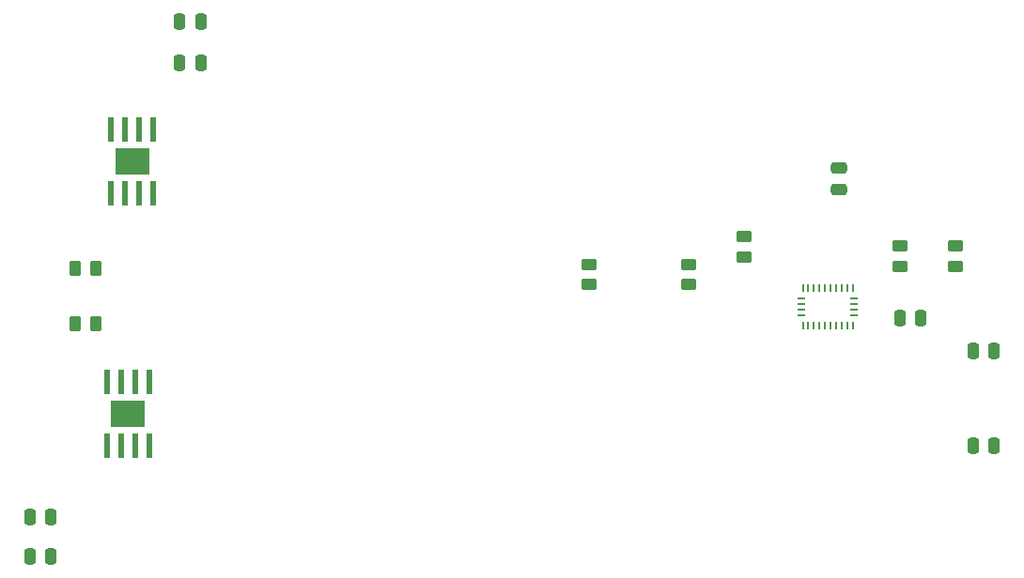
<source format=gtp>
G04 #@! TF.GenerationSoftware,KiCad,Pcbnew,8.0.5*
G04 #@! TF.CreationDate,2024-11-14T17:14:10-08:00*
G04 #@! TF.ProjectId,Predator-Bot-V1,50726564-6174-46f7-922d-426f742d5631,0.01*
G04 #@! TF.SameCoordinates,Original*
G04 #@! TF.FileFunction,Paste,Top*
G04 #@! TF.FilePolarity,Positive*
%FSLAX46Y46*%
G04 Gerber Fmt 4.6, Leading zero omitted, Abs format (unit mm)*
G04 Created by KiCad (PCBNEW 8.0.5) date 2024-11-14 17:14:10*
%MOMM*%
%LPD*%
G01*
G04 APERTURE LIST*
G04 Aperture macros list*
%AMRoundRect*
0 Rectangle with rounded corners*
0 $1 Rounding radius*
0 $2 $3 $4 $5 $6 $7 $8 $9 X,Y pos of 4 corners*
0 Add a 4 corners polygon primitive as box body*
4,1,4,$2,$3,$4,$5,$6,$7,$8,$9,$2,$3,0*
0 Add four circle primitives for the rounded corners*
1,1,$1+$1,$2,$3*
1,1,$1+$1,$4,$5*
1,1,$1+$1,$6,$7*
1,1,$1+$1,$8,$9*
0 Add four rect primitives between the rounded corners*
20,1,$1+$1,$2,$3,$4,$5,0*
20,1,$1+$1,$4,$5,$6,$7,0*
20,1,$1+$1,$6,$7,$8,$9,0*
20,1,$1+$1,$8,$9,$2,$3,0*%
G04 Aperture macros list end*
%ADD10RoundRect,0.250000X0.250000X0.475000X-0.250000X0.475000X-0.250000X-0.475000X0.250000X-0.475000X0*%
%ADD11R,3.100000X2.400000*%
%ADD12R,0.500000X2.200000*%
%ADD13RoundRect,0.250000X-0.262500X-0.450000X0.262500X-0.450000X0.262500X0.450000X-0.262500X0.450000X0*%
%ADD14R,0.254000X0.675000*%
%ADD15R,0.675000X0.254000*%
%ADD16RoundRect,0.250000X0.450000X-0.262500X0.450000X0.262500X-0.450000X0.262500X-0.450000X-0.262500X0*%
%ADD17RoundRect,0.250000X-0.450000X0.262500X-0.450000X-0.262500X0.450000X-0.262500X0.450000X0.262500X0*%
%ADD18RoundRect,0.250000X-0.250000X-0.475000X0.250000X-0.475000X0.250000X0.475000X-0.250000X0.475000X0*%
%ADD19RoundRect,0.250000X0.475000X-0.250000X0.475000X0.250000X-0.475000X0.250000X-0.475000X-0.250000X0*%
G04 APERTURE END LIST*
D10*
X190100000Y-101000000D03*
X192000000Y-101000000D03*
D11*
X113945000Y-106655000D03*
D12*
X115850000Y-103780000D03*
X114580000Y-103780000D03*
X113310000Y-103780000D03*
X112040000Y-103780000D03*
X112040000Y-109530000D03*
X113310000Y-109530000D03*
X114580000Y-109530000D03*
X115850000Y-109530000D03*
D13*
X111000000Y-93500000D03*
X109175000Y-93500000D03*
D14*
X179250000Y-98662500D03*
D15*
X179387500Y-97750000D03*
X179387500Y-97250000D03*
X179387500Y-96750000D03*
X179387500Y-96250000D03*
D14*
X179250000Y-95337500D03*
X178750000Y-95337500D03*
X178250000Y-95337500D03*
X177750000Y-95337500D03*
X177250000Y-95337500D03*
X176750000Y-95337500D03*
X176250000Y-95337500D03*
X175750000Y-95337500D03*
X175250000Y-95337500D03*
X174750000Y-95337500D03*
D15*
X174612500Y-96250000D03*
X174612500Y-96750000D03*
X174612500Y-97250000D03*
X174612500Y-97750000D03*
D14*
X174750000Y-98662500D03*
X175250000Y-98662500D03*
X175750000Y-98662500D03*
X176250000Y-98662500D03*
X176750000Y-98662500D03*
X177250000Y-98662500D03*
X177750000Y-98662500D03*
X178250000Y-98662500D03*
X178750000Y-98662500D03*
D16*
X188500000Y-93325000D03*
X188500000Y-91500000D03*
D13*
X109175000Y-98500000D03*
X111000000Y-98500000D03*
D16*
X164500000Y-95000000D03*
X164500000Y-93175000D03*
D10*
X107000000Y-119500000D03*
X105100000Y-119500000D03*
D17*
X183500000Y-91500000D03*
X183500000Y-93325000D03*
D18*
X118600000Y-75000000D03*
X120500000Y-75000000D03*
D10*
X190100000Y-109500000D03*
X192000000Y-109500000D03*
D17*
X169500000Y-90675000D03*
X169500000Y-92500000D03*
D19*
X178000000Y-86400000D03*
X178000000Y-84500000D03*
D18*
X118600000Y-71245000D03*
X120500000Y-71245000D03*
D12*
X112425000Y-80995000D03*
X113695000Y-80995000D03*
X114965000Y-80995000D03*
X116235000Y-80995000D03*
X116235000Y-86745000D03*
X114965000Y-86745000D03*
X113695000Y-86745000D03*
X112425000Y-86745000D03*
D11*
X114330000Y-83870000D03*
D16*
X155500000Y-95000000D03*
X155500000Y-93175000D03*
D10*
X107000000Y-116000000D03*
X105100000Y-116000000D03*
D18*
X183500000Y-98000000D03*
X185400000Y-98000000D03*
M02*

</source>
